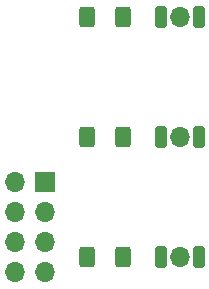
<source format=gbr>
%TF.GenerationSoftware,KiCad,Pcbnew,8.0.4-8.0.4-0~ubuntu22.04.1*%
%TF.CreationDate,2024-08-03T19:16:44+03:00*%
%TF.ProjectId,PM-CPU-ESP-front,504d2d43-5055-42d4-9553-502d66726f6e,rev?*%
%TF.SameCoordinates,Original*%
%TF.FileFunction,Soldermask,Bot*%
%TF.FilePolarity,Negative*%
%FSLAX46Y46*%
G04 Gerber Fmt 4.6, Leading zero omitted, Abs format (unit mm)*
G04 Created by KiCad (PCBNEW 8.0.4-8.0.4-0~ubuntu22.04.1) date 2024-08-03 19:16:44*
%MOMM*%
%LPD*%
G01*
G04 APERTURE LIST*
G04 Aperture macros list*
%AMRoundRect*
0 Rectangle with rounded corners*
0 $1 Rounding radius*
0 $2 $3 $4 $5 $6 $7 $8 $9 X,Y pos of 4 corners*
0 Add a 4 corners polygon primitive as box body*
4,1,4,$2,$3,$4,$5,$6,$7,$8,$9,$2,$3,0*
0 Add four circle primitives for the rounded corners*
1,1,$1+$1,$2,$3*
1,1,$1+$1,$4,$5*
1,1,$1+$1,$6,$7*
1,1,$1+$1,$8,$9*
0 Add four rect primitives between the rounded corners*
20,1,$1+$1,$2,$3,$4,$5,0*
20,1,$1+$1,$4,$5,$6,$7,0*
20,1,$1+$1,$6,$7,$8,$9,0*
20,1,$1+$1,$8,$9,$2,$3,0*%
G04 Aperture macros list end*
%ADD10O,1.700000X1.700000*%
%ADD11RoundRect,0.190000X0.285000X0.710000X-0.285000X0.710000X-0.285000X-0.710000X0.285000X-0.710000X0*%
%ADD12R,1.700000X1.700000*%
%ADD13RoundRect,0.250000X0.400000X0.625000X-0.400000X0.625000X-0.400000X-0.625000X0.400000X-0.625000X0*%
G04 APERTURE END LIST*
D10*
%TO.C,D3*%
X153670000Y-102870000D03*
D11*
X155270000Y-102870000D03*
X152070000Y-102870000D03*
%TD*%
D10*
%TO.C,D2*%
X153670000Y-92710000D03*
D11*
X155270000Y-92710000D03*
X152070000Y-92710000D03*
%TD*%
D10*
%TO.C,D1*%
X153670000Y-82550000D03*
D11*
X155270000Y-82550000D03*
X152070000Y-82550000D03*
%TD*%
D12*
%TO.C,J2*%
X142240000Y-96520000D03*
D10*
X139700000Y-96520000D03*
X142240000Y-99060000D03*
X139700000Y-99060000D03*
X142240000Y-101600000D03*
X139700000Y-101600000D03*
X142240000Y-104140000D03*
X139700000Y-104140000D03*
%TD*%
D13*
%TO.C,R2*%
X148870000Y-92710000D03*
X145770000Y-92710000D03*
%TD*%
%TO.C,R1*%
X148870000Y-82550000D03*
X145770000Y-82550000D03*
%TD*%
%TO.C,R3*%
X148870000Y-102870000D03*
X145770000Y-102870000D03*
%TD*%
M02*

</source>
